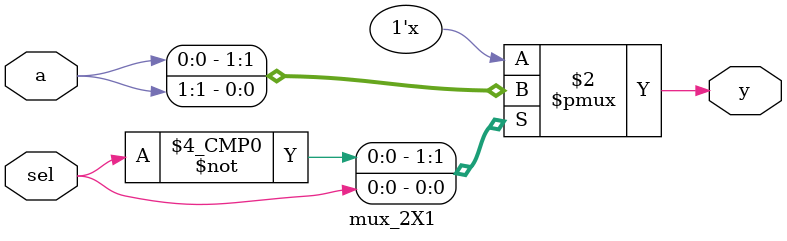
<source format=v>
module mux_2X1(input [1:0] a, input sel, output reg y);
	
	always @(*)
		begin
			case(sel)
				1'b0 : y = a[0];
				1'b1 : y = a[1];
			endcase
		end
endmodule

</source>
